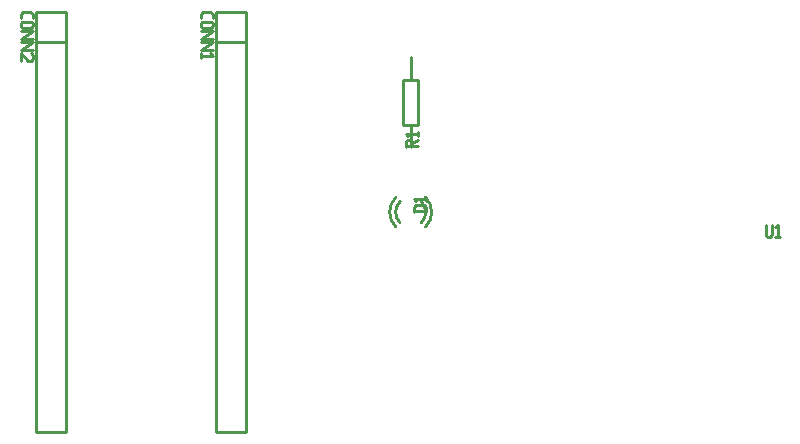
<source format=gbr>
G04 start of page 8 for group -4079 idx -4079 *
G04 Title: (unknown), topsilk *
G04 Creator: pcb 4.1.2 *
G04 CreationDate: Sat Sep 15 12:59:34 2018 UTC *
G04 For: mytch *
G04 Format: Gerber/RS-274X *
G04 PCB-Dimensions (mil): 6000.00 5000.00 *
G04 PCB-Coordinate-Origin: lower left *
%MOIN*%
%FSLAX25Y25*%
%LNTOPSILK*%
%ADD62C,0.0100*%
G54D62*X35157Y406496D02*Y266496D01*
X45157D01*
Y406496D01*
X35157D01*
Y396496D02*X45157D01*
Y406496D01*
X95157D02*Y266496D01*
X105157D01*
Y406496D01*
X95157D01*
Y396496D02*X105157D01*
Y406496D01*
X163732Y336228D02*G75*G03X163732Y343299I-3536J3536D01*G01*
X156661Y343299D02*G75*G03X156661Y336228I3536J-3536D01*G01*
X165146Y334814D02*G75*G03X165146Y344713I-4950J4950D01*G01*
X155247Y344713D02*G75*G03X155247Y334814I4950J-4950D01*G01*
X160157Y368838D02*Y361338D01*
Y391338D02*Y383838D01*
X157657D02*Y368838D01*
Y383838D02*X162657D01*
Y368838D01*
X157657D02*X162657D01*
X30157Y405796D02*Y404496D01*
X30857Y406496D02*X30157Y405796D01*
X30857Y406496D02*X33457D01*
X34157Y405796D01*
Y404496D01*
X30657Y403296D02*X33657D01*
X34157Y402796D01*
Y401796D01*
X33657Y401296D01*
X30657D02*X33657D01*
X30157Y401796D02*X30657Y401296D01*
X30157Y402796D02*Y401796D01*
X30657Y403296D02*X30157Y402796D01*
Y400096D02*X34157D01*
X30157Y397596D01*
X34157D01*
X30157Y396396D02*X34157D01*
X30157Y393896D01*
X34157D01*
X33657Y392696D02*X34157Y392196D01*
Y390696D01*
X33657Y390196D01*
X32657D02*X33657D01*
X30157Y392696D02*X32657Y390196D01*
X30157Y392696D02*Y390196D01*
X90157Y405796D02*Y404496D01*
X90857Y406496D02*X90157Y405796D01*
X90857Y406496D02*X93457D01*
X94157Y405796D01*
Y404496D01*
X90657Y403296D02*X93657D01*
X94157Y402796D01*
Y401796D01*
X93657Y401296D01*
X90657D02*X93657D01*
X90157Y401796D02*X90657Y401296D01*
X90157Y402796D02*Y401796D01*
X90657Y403296D02*X90157Y402796D01*
Y400096D02*X94157D01*
X90157Y397596D01*
X94157D01*
X90157Y396396D02*X94157D01*
X90157Y393896D01*
X94157D01*
X93357Y392696D02*X94157Y391896D01*
X90157D02*X94157D01*
X90157Y392696D02*Y391196D01*
X278543Y335614D02*Y332114D01*
X279043Y331614D01*
X280043D01*
X280543Y332114D01*
Y335614D02*Y332114D01*
X281743Y334814D02*X282543Y335614D01*
Y331614D01*
X281743D02*X283243D01*
X161196Y340263D02*X165196D01*
X161196Y341563D02*X161896Y342263D01*
X164496D01*
X165196Y341563D02*X164496Y342263D01*
X165196Y341563D02*Y339763D01*
X161196Y341563D02*Y339763D01*
X161996Y343463D02*X161196Y344263D01*
X165196D01*
Y344963D02*Y343463D01*
X158657Y363338D02*Y361338D01*
Y363338D02*X159157Y363838D01*
X160157D01*
X160657Y363338D02*X160157Y363838D01*
X160657Y363338D02*Y361838D01*
X158657D02*X162657D01*
X160657Y362638D02*X162657Y363838D01*
X159457Y365038D02*X158657Y365838D01*
X162657D01*
Y366538D02*Y365038D01*
M02*

</source>
